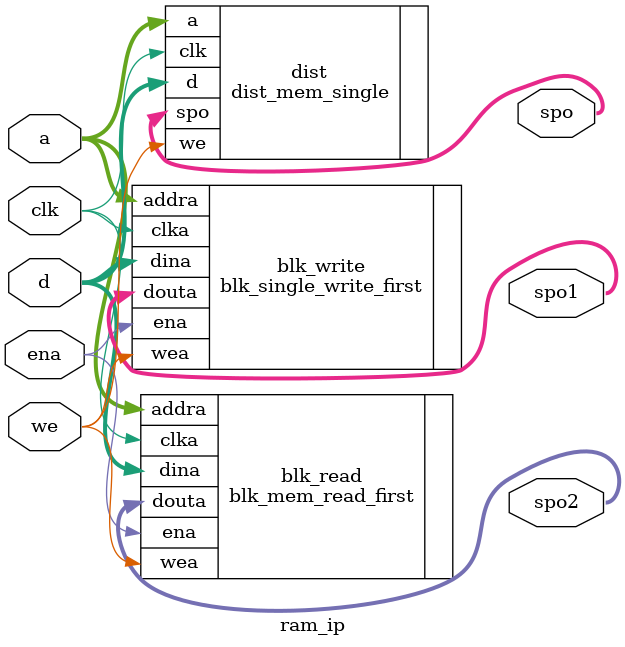
<source format=v>
`timescale 1ns / 1ps


module ram_ip(
  input clk,
  input we,
  input [7:0] a,
  input [15:0] d,
  output [15:0] spo,
  input ena,
  output [15:0] spo1,
  output [15:0] spo2);
    
  dist_mem_single dist (
    .a(a),      // input wire [7 : 0] a
    .d(d),      // input wire [15 : 0] d
    .clk(clk),  // input wire clk
    .we(we),    // input wire we
    .spo(spo)   // output wire [15 : 0] spo
  );
  
  blk_single_write_first blk_write (
    .clka(clk),   // input wire clka
    .ena(ena),    // input wire ena
    .wea(we),     // input wire [0 : 0] wea
    .addra(a),    // input wire [7 : 0] addra
    .dina(d),     // input wire [15 : 0] dina
    .douta(spo1)  // output wire [15 : 0] douta
  );
  
  blk_mem_read_first blk_read (
    .clka(clk),    // input wire clka
    .ena(ena),     // input wire ena
    .wea(we),      // input wire [0 : 0] wea
    .addra(a),     // input wire [7 : 0] addra
    .dina(d),      // input wire [15 : 0] dina
    .douta(spo2)   // output wire [15 : 0] douta
  );
endmodule

</source>
